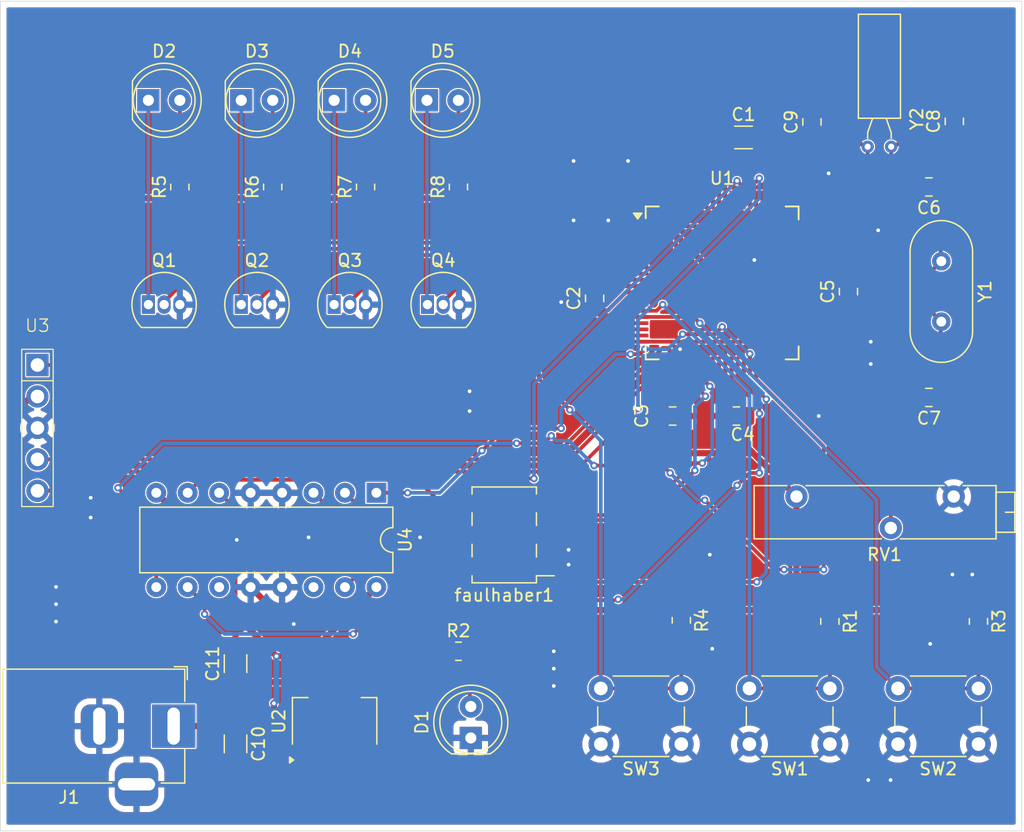
<source format=kicad_pcb>
(kicad_pcb (version 20240108) (generator "pcbnew") (generator_version "8.0")
  (layers (0 "F.Cu" signal) (31 "B.Cu" signal) (34 "B.Paste" user) (35 "F.Paste" user) (36 "B.SilkS" user "B.Silkscreen") (37 "F.SilkS" user "F.Silkscreen") (38 "B.Mask" user) (39 "F.Mask" user) (44 "Edge.Cuts" user))
  (net 0 "")
  (net 1 "Net-(U1-VCAP{slash}VDDCORE)")
  (net 2 "GND")
  (net 3 "+3V3")
  (net 4 "/OSCO")
  (net 5 "/OSCI")
  (net 6 "/SOSCO")
  (net 7 "/SOSCI")
  (net 8 "+5V")
  (net 9 "Net-(D1-A)")
  (net 10 "Net-(D2-A)")
  (net 11 "Net-(D2-K)")
  (net 12 "Net-(D3-A)")
  (net 13 "Net-(D3-K)")
  (net 14 "Net-(D4-A)")
  (net 15 "Net-(D4-K)")
  (net 16 "Net-(D5-A)")
  (net 17 "Net-(D5-K)")
  (net 18 "/LED1")
  (net 19 "/LED2")
  (net 20 "/LED3")
  (net 21 "/LED4")
  (net 22 "/SW1")
  (net 23 "/SW2")
  (net 24 "/~{MCLR}")
  (net 27 "/ENC_B")
  (net 39 "/PGC")
  (net 49 "/OUT1")
  (net 50 "/ENC_A")
  (net 51 "/PGD")
  (net 62 "/OUT2")
  (net 66 "/ENA")
  (net 67 "/IN1")
  (net 74 "/IN4")
  (net 82 "/ENB")
  (net 83 "/AN0")
  (net 84 "/IN3")
  (net 85 "/IN2")
  (net 86 "/OUT3")
  (net 87 "/OUT4")
  (footprint "LAB:ICSP" (layer "F.Cu") (at 103.5 111.96)
    (property "Reference" "U3")
    (property "Value" "ICSP")
  )
  (footprint "Capacitor_SMD:C_0805_2012Metric" (layer "F.Cu") (at 169 100.95 90)
    (property "Reference" "C5")
    (property "Value" "100n")
  )
  (footprint "Button_Switch_THT:SW_PUSH_6mm_H4.3mm" (layer "F.Cu") (at 167.5 137.5 180)
    (property "Reference" "SW1")
    (property "Value" "SW1")
  )
  (footprint "Button_Switch_THT:SW_PUSH_6mm_H4.3mm" (layer "F.Cu") (at 155.5 137.5 180)
    (property "Reference" "SW3")
    (property "Value" "RESET")
  )
  (footprint "Package_TO_SOT_THT:TO-92_Inline" (layer "F.Cu") (at 127.46 102)
    (property "Reference" "Q3")
    (property "Value" "BS170")
  )
  (footprint "Crystal:Crystal_C38-LF_D3.0mm_L8.0mm_Horizontal" (layer "F.Cu") (at 172.45 89.25 180)
    (property "Reference" "Y2")
    (property "Value" "32kHz")
  )
  (footprint "Package_TO_SOT_SMD:SOT-223-3_TabPin2" (layer "F.Cu") (at 127.5 135.65 90)
    (property "Reference" "U2")
    (property "Value" "AMS1117-3.3")
  )
  (footprint "Button_Switch_THT:SW_PUSH_6mm_H4.3mm" (layer "F.Cu") (at 179.5 137.5 180)
    (property "Reference" "SW2")
    (property "Value" "SW2")
  )
  (footprint "Capacitor_SMD:C_0805_2012Metric" (layer "F.Cu") (at 177.55 87.2 90)
    (property "Reference" "C8")
    (property "Value" "15p")
  )
  (footprint "Capacitor_SMD:C_1206_3216Metric" (layer "F.Cu") (at 119.5 137.475 -90)
    (property "Reference" "C10")
    (property "Value" "10u")
  )
  (footprint "Crystal:Crystal_HC49-4H_Vertical" (layer "F.Cu") (at 176.5 98.5 -90)
    (property "Reference" "Y1")
    (property "Value" "12MHz")
  )
  (footprint "Capacitor_SMD:C_0805_2012Metric" (layer "F.Cu") (at 159.95 111 180)
    (property "Reference" "C4")
    (property "Value" "100n")
  )
  (footprint "Capacitor_SMD:C_0805_2012Metric" (layer "F.Cu") (at 175.5 109.5 180)
    (property "Reference" "C7")
    (property "Value" "15p")
  )
  (footprint "Package_TO_SOT_THT:TO-92_Inline" (layer "F.Cu") (at 135 102)
    (property "Reference" "Q4")
    (property "Value" "BS170")
  )
  (footprint "Connector_BarrelJack:BarrelJack_Horizontal" (layer "F.Cu") (at 114.5 136.0425)
    (property "Reference" "J1")
    (property "Value" "Barrel_Jack_Switch")
  )
  (footprint "LED_THT:LED_D5.0mm" (layer "F.Cu") (at 134.96 85.5)
    (property "Reference" "D5")
    (property "Value" "LED4")
  )
  (footprint "LED_THT:LED_D5.0mm" (layer "F.Cu") (at 138.5 137 90)
    (property "Reference" "D1")
    (property "Value" "POWER")
  )
  (footprint "Resistor_SMD:R_0805_2012Metric" (layer "F.Cu") (at 155.5 127.5 -90)
    (property "Reference" "R4")
    (property "Value" "10k")
  )
  (footprint "Resistor_SMD:R_0805_2012Metric" (layer "F.Cu") (at 137.5 130)
    (property "Reference" "R2")
    (property "Value" "330R")
  )
  (footprint "Connector_PinHeader_2.54mm:PinHeader_2x03_P2.54mm_Vertical_SMD" (layer "F.Cu") (at 141.2 120.6 180)
    (property "Reference" "faulhaber1")
    (property "Value" "~")
  )
  (footprint "Resistor_SMD:R_0805_2012Metric" (layer "F.Cu") (at 137.5 92.5 90)
    (property "Reference" "R8")
    (property "Value" "330R")
  )
  (footprint "LED_THT:LED_D5.0mm" (layer "F.Cu") (at 119.96 85.5)
    (property "Reference" "D3")
    (property "Value" "LED2")
  )
  (footprint "Resistor_SMD:R_0805_2012Metric" (layer "F.Cu") (at 115 92.5 90)
    (property "Reference" "R5")
    (property "Value" "330R")
  )
  (footprint "Package_TO_SOT_THT:TO-92_Inline" (layer "F.Cu") (at 119.96 102)
    (property "Reference" "Q2")
    (property "Value" "BS170")
  )
  (footprint "Package_DIP:DIP-16_W7.62mm" (layer "F.Cu") (at 130.875 117.2 -90)
    (property "Reference" "U4")
    (property "Value" "L293D")
  )
  (footprint "Resistor_SMD:R_0805_2012Metric" (layer "F.Cu") (at 167.5 127.5875 -90)
    (property "Reference" "R1")
    (property "Value" "10k")
  )
  (footprint "LED_THT:LED_D5.0mm" (layer "F.Cu") (at 127.46 85.5)
    (property "Reference" "D4")
    (property "Value" "LED3")
  )
  (footprint "Capacitor_SMD:C_1206_3216Metric" (layer "F.Cu") (at 119.5 131 90)
    (property "Reference" "C11")
    (property "Value" "10u")
  )
  (footprint "Resistor_SMD:R_0805_2012Metric" (layer "F.Cu") (at 130 92.5 90)
    (property "Reference" "R7")
    (property "Value" "330R")
  )
  (footprint "Capacitor_SMD:C_0805_2012Metric" (layer "F.Cu") (at 148.5 101.5 90)
    (property "Reference" "C2")
    (property "Value" "100n")
  )
  (footprint "Capacitor_SMD:C_1206_3216Metric" (layer "F.Cu") (at 160.525 88.5)
    (property "Reference" "C1")
    (property "Value" "10u")
  )
  (footprint "Capacitor_SMD:C_0805_2012Metric" (layer "F.Cu") (at 166.05 87.25 90)
    (property "Reference" "C9")
    (property "Value" "15p")
  )
  (footprint "Resistor_SMD:R_0805_2012Metric" (layer "F.Cu") (at 179.5 127.5875 -90)
    (property "Reference" "R3")
    (property "Value" "10k")
  )
  (footprint "Package_TO_SOT_THT:TO-92_Inline" (layer "F.Cu") (at 112.46 102)
    (property "Reference" "Q1")
    (property "Value" "BS170")
  )
  (footprint "Capacitor_SMD:C_0805_2012Metric" (layer "F.Cu") (at 175.5 92.5 180)
    (property "Reference" "C6")
    (property "Value" "15p")
  )
  (footprint "Capacitor_SMD:C_0805_2012Metric" (layer "F.Cu") (at 154.8 111)
    (property "Reference" "C3")
    (property "Value" "100n")
  )
  (footprint "LED_THT:LED_D5.0mm" (layer "F.Cu") (at 112.46 85.5)
    (property "Reference" "D2")
    (property "Value" "LED1")
  )
  (footprint "Package_QFP:TQFP-80_12x12mm_P0.5mm" (layer "F.Cu") (at 158.8 100.25)
    (property "Reference" "U1")
    (property "Value" "PIC24FJ256GB108-I/PT")
  )
  (footprint "Potentiometer_THT:Potentiometer_Bourns_3005_Horizontal" (layer "F.Cu") (at 164.8 117.5 180)
    (property "Reference" "RV1")
    (property "Value" "10k")
  )
  (footprint "Resistor_SMD:R_0805_2012Metric" (layer "F.Cu") (at 122.5 92.5 90)
    (property "Reference" "R6")
    (property "Value" "330R")
  )
  (gr_rect (start 100.5 77.5) (end 183 144.5) (stroke (width 0.05)) (fill none) (layer "Edge.Cuts"))
  (segment (start 159.05 93.55) (end 159.05 88.5) (width 0.3) (layer "F.Cu") (net 1))
  (segment (start 121.8 125.905) (end 121.8 127) (width 0.5) (layer "F.Cu") (net 2))
  (segment (start 165.5 100) (end 169 100) (width 0.3) (layer "F.Cu") (net 2))
  (segment (start 156.55 109.05) (end 156.55 106.95) (width 0.3) (layer "F.Cu") (net 2))
  (segment (start 120.715 124.82) (end 121.8 125.905) (width 0.5) (layer "F.Cu") (net 2))
  (segment (start 159.05 110.95) (end 159 111) (width 0.3) (layer "F.Cu") (net 2))
  (segment (start 159.05 106.95) (end 159.05 110.95) (width 0.3) (layer "F.Cu") (net 2))
  (segment (start 155.75 111) (end 155.75 109.85) (width 0.3) (layer "F.Cu") (net 2))
  (segment (start 155.75 109.85) (end 156.55 109.05) (width 0.3) (layer "F.Cu") (net 2))
  (segment (start 152.1 100.5) (end 148.55 100.5) (width 0.3) (layer "F.Cu") (net 2))
  (segment (start 148.55 100.5) (end 148.5 100.55) (width 0.3) (layer "F.Cu") (net 2))
  (via (at 151.2 90.4) (size 0.6) (drill 0.3) (layers "F.Cu" "B.Cu") (net 2))
  (via (at 146.8 95.2) (size 0.6) (drill 0.3) (layers "F.Cu" "B.Cu") (net 2))
  (via (at 107.8 119.2) (size 0.6) (drill 0.3) (layers "F.Cu" "B.Cu") (net 2))
  (via (at 146.8 90.4) (size 0.6) (drill 0.3) (layers "F.Cu" "B.Cu") (net 2))
  (via (at 105 127.6) (size 0.6) (drill 0.3) (layers "F.Cu" "B.Cu") (net 2))
  (via (at 175.6 129.4) (size 0.6) (drill 0.3) (layers "F.Cu" "B.Cu") (net 2))
  (via (at 105 126.2) (size 0.6) (drill 0.3) (layers "F.Cu" "B.Cu") (net 2))
  (via (at 149.6 95.2) (size 0.6) (drill 0.3) (layers "F.Cu" "B.Cu") (net 2))
  (via (at 125.4 120.8) (size 0.6) (drill 0.3) (layers "F.Cu" "B.Cu") (net 2))
  (via (at 138.4 110.6) (size 0.6) (drill 0.3) (layers "F.Cu" "B.Cu") (net 2))
  (via (at 170.8 105) (size 0.6) (drill 0.3) (layers "F.Cu" "B.Cu") (net 2))
  (via (at 138.4 109) (size 0.6) (drill 0.3) (layers "F.Cu" "B.Cu") (net 2))
  (via (at 167.4 91.4) (size 0.6) (drill 0.3) (layers "F.Cu" "B.Cu") (net 2))
  (via (at 171.4 96) (size 0.6) (drill 0.3) (layers "F.Cu" "B.Cu") (net 2))
  (via (at 145.2 131.4) (size 0.6) (drill 0.3) (layers "F.Cu" "B.Cu") (net 2))
  (via (at 107.8 117.6) (size 0.6) (drill 0.3) (layers "F.Cu" "B.Cu") (net 2))
  (via (at 170.8 106.8) (size 0.6) (drill 0.3) (layers "F.Cu" "B.Cu") (net 2))
  (via (at 146.4 123) (size 0.6) (drill 0.3) (layers "F.Cu" "B.Cu") (net 2))
  (via (at 145.2 130) (size 0.6) (drill 0.3) (layers "F.Cu" "B.Cu") (net 2))
  (via (at 119.6 121) (size 0.6) (drill 0.3) (layers "F.Cu" "B.Cu") (net 2))
  (via (at 134.4 120.8) (size 0.6) (drill 0.3) (layers "F.Cu" "B.Cu") (net 2))
  (via (at 179 123.8) (size 0.6) (drill 0.3) (layers "F.Cu" "B.Cu") (net 2))
  (via (at 105 124.8) (size 0.6) (drill 0.3) (layers "F.Cu" "B.Cu") (net 2))
  (via (at 166.6 111) (size 0.6) (drill 0.3) (layers "F.Cu" "B.Cu") (net 2))
  (via (at 146.4 121.8) (size 0.6) (drill 0.3) (layers "F.Cu" "B.Cu") (net 2))
  (via (at 161.4 98.4) (size 0.6) (drill 0.3) (layers "F.Cu" "B.Cu") (net 2))
  (via (at 172.4 140.4) (size 0.6) (drill 0.3) (layers "F.Cu" "B.Cu") (net 2))
  (via (at 158 129.8) (size 0.6) (drill 0.3) (layers "F.Cu" "B.Cu") (net 2))
  (via (at 157.8 122.2) (size 0.6) (drill 0.3) (layers "F.Cu" "B.Cu") (net 2))
  (via (at 170.6 140.4) (size 0.6) (drill 0.3) (layers "F.Cu" "B.Cu") (net 2))
  (via (at 155.4 105.6) (size 0.6) (drill 0.3) (layers "F.Cu" "B.Cu") (net 2))
  (via (at 124.2 127.8) (size 0.6) (drill 0.3) (layers "F.Cu" "B.Cu") (net 2))
  (via (at 145.2 132.8) (size 0.6) (drill 0.3) (layers "F.Cu" "B.Cu") (net 2))
  (via (at 145.8 101.8) (size 0.6) (drill 0.3) (layers "F.Cu" "B.Cu") (net 2))
  (via (at 177.4 123.8) (size 0.6) (drill 0.3) (layers "F.Cu" "B.Cu") (net 2))
  (segment (start 101.75 98.25) (end 101.75 110.67) (width 0.5) (layer "F.Cu") (net 3))
  (segment (start 153.85 109.95) (end 153.85 111) (width 0.3) (layer "F.Cu") (net 3))
  (segment (start 165.5 101.5) (end 167 101.5) (width 0.3) (layer "F.Cu") (net 3))
  (segment (start 156.05 108.45) (end 154.9 109.6) (width 0.3) (layer "F.Cu") (net 3))
  (segment (start 156.5 126.675) (end 155.5875 126.675) (width 0.5) (layer "F.Cu") (net 3))
  (segment (start 161.3 114) (end 160.9 113.6) (width 0.5) (layer "F.Cu") (net 3))
  (segment (start 101.75 110.67) (end 103 109.42) (width 0.5) (layer "F.Cu") (net 3))
  (segment (start 128.5 141) (end 131.5 141) (width 0.5) (layer "F.Cu") (net 3))
  (segment (start 165.5 101.5) (end 163 101.5) (width 0.3) (layer "F.Cu") (net 3))
  (segment (start 127.5 138.8) (end 127.5 140) (width 0.5) (layer "F.Cu") (net 3))
  (segment (start 157.328553 95.671447) (end 154.328553 95.671447) (width 0.3) (layer "F.Cu") (net 3))
  (segment (start 158.55 93.55) (end 158.55 94.45) (width 0.3) (layer "F.Cu") (net 3))
  (segment (start 155.078553 99.071447) (end 155.078553 96.421447) (width 0.3) (layer "F.Cu") (net 3))
  (segment (start 127.5 132.5) (end 116.692233 132.5) (width 0.5) (layer "F.Cu") (net 3))
  (segment (start 155.5875 126.675) (end 155.5 126.5875) (width 0.5) (layer "F.Cu") (net 3))
  (segment (start 159.55 106.95) (end 159.55 108) (width 0.3) (layer "F.Cu") (net 3))
  (segment (start 106.5875 93.4125) (end 101.75 98.25) (width 0.5) (layer "F.Cu") (net 3))
  (segment (start 152.069606 93.4125) (end 154.328553 95.671447) (width 0.5) (layer "F.Cu") (net 3))
  (segment (start 137.5 93.4125) (end 106.5875 93.4125) (width 0.5) (layer "F.Cu") (net 3))
  (segment (start 160.157106 101.5) (end 163 101.5) (width 0.5) (layer "F.Cu") (net 3))
  (segment (start 164.8 125.875) (end 164 126.675) (width 0.5) (layer "F.Cu") (net 3))
  (segment (start 164.8 117.5) (end 164.8 125.875) (width 0.5) (layer "F.Cu") (net 3))
  (segment (start 160.9 113.6) (end 160.9 111) (width 0.5) (layer "F.Cu") (net 3))
  (segment (start 152.1 101) (end 151.05 101) (width 0.3) (layer "F.Cu") (net 3))
  (segment (start 131.5 136.5) (end 127.5 132.5) (width 0.5) (layer "F.Cu") (net 3))
  (segment (start 155.5 114) (end 153.85 112.35) (width 0.5) (layer "F.Cu") (net 3))
  (segment (start 161 110.9) (end 160.9 111) (width 0.3) (layer "F.Cu") (net 3))
  (segment (start 119.525 132.5) (end 119.5 132.475) (width 0.5) (layer "F.Cu") (net 3))
  (segment (start 154.9 109.6) (end 154.2 109.6) (width 0.3) (layer "F.Cu") (net 3))
  (segment (start 164.8 117.5) (end 161.3 114) (width 0.5) (layer "F.Cu") (net 3))
  (segment (start 164 126.675) (end 156.5 126.675) (width 0.5) (layer "F.Cu") (net 3))
  (segment (start 161.3 114) (end 155.5 114) (width 0.5) (layer "F.Cu") (net 3))
  (segment (start 131.5 141) (end 131.5 136.5) (width 0.5) (layer "F.Cu") (net 3))
  (segment (start 169 101.9) (end 167.4 101.9) (width 0.3) (layer "F.Cu") (net 3))
  (segment (start 149.6 102.45) (end 148.5 102.45) (width 0.3) (layer "F.Cu") (net 3))
  (segment (start 152.1 101) (end 153.15 101) (width 0.3) (layer "F.Cu") (net 3))
  (segment (start 133.325 126.675) (end 156.5 126.675) (width 0.5) (layer "F.Cu") (net 3))
  (segment (start 161 109.45) (end 161 110.9) (width 0.3) (layer "F.Cu") (net 3))
  (segment (start 131.5 135.0875) (end 136.5875 130) (width 0.5) (layer "F.Cu") (net 3))
  (segment (start 101.75 117.557767) (end 101.75 110.67) (width 0.5) (layer "F.Cu") (net 3))
  (segment (start 155.078553 96.421447) (end 160.157106 101.5) (width 0.5) (layer "F.Cu") (net 3))
  (segment (start 153.15 101) (end 155.078553 99.071447) (width 0.3) (layer "F.Cu") (net 3))
  (segment (start 127.5 132.5) (end 119.525 132.5) (width 0.5) (layer "F.Cu") (net 3))
  (segment (start 158.55 94.45) (end 157.328553 95.671447) (width 0.3) (layer "F.Cu") (net 3))
  (segment (start 159.55 108) (end 161 109.45) (width 0.3) (layer "F.Cu") (net 3))
  (segment (start 154.2 109.6) (end 153.85 109.95) (width 0.3) (layer "F.Cu") (net 3))
  (segment (start 127.5 140) (end 128.5 141) (width 0.5) (layer "F.Cu") (net 3))
  (segment (start 167.4 101.9) (end 167 101.5) (width 0.3) (layer "F.Cu") (net 3))
  (segment (start 156.05 106.95) (end 156.05 108.45) (width 0.3) (layer "F.Cu") (net 3))
  (segment (start 131.5 136.5) (end 131.5 135.0875) (width 0.5) (layer "F.Cu") (net 3))
  (segment (start 153.85 112.35) (end 153.85 111) (width 0.5) (layer "F.Cu") (net 3))
  (segment (start 127.5 132.5) (end 133.325 126.675) (width 0.5) (layer "F.Cu") (net 3))
  (segment (start 151.05 101) (end 149.6 102.45) (width 0.3) (layer "F.Cu") (net 3))
  (segment (start 116.692233 132.5) (end 101.75 117.557767) (width 0.5) (layer "F.Cu") (net 3))
  (segment (start 179.5 126.675) (end 164 126.675) (width 0.5) (layer "F.Cu") (net 3))
  (segment (start 154.328553 95.671447) (end 155.078553 96.421447) (width 0.5) (layer "F.Cu") (net 3))
  (segment (start 137.5 93.4125) (end 152.069606 93.4125) (width 0.5) (layer "F.Cu") (net 3))
  (segment (start 176.45 97.95) (end 176.45 92.5) (width 0.3) (layer "F.Cu") (net 4))
  (segment (start 174.25 100.75) (end 176.5 98.5) (width 0.3) (layer "F.Cu") (net 4))
  (segment (start 168.060966 100.5) (end 168.310966 100.75) (width 0.3) (layer "F.Cu") (net 4))
  (segment (start 165.5 100.5) (end 168.060966 100.5) (width 0.3) (layer "F.Cu") (net 4))
  (segment (start 168.310966 100.75) (end 174.25 100.75) (width 0.3) (layer "F.Cu") (net 4))
  (segment (start 176.5 98) (end 176.45 97.95) (width 0.3) (layer "F.Cu") (net 4))
  (segment (start 176.5 98.5) (end 176.5 98) (width 0.3) (layer "F.Cu") (net 4))
  (segment (start 176.5 104) (end 176.45 104.05) (width 0.3) (layer "F.Cu") (net 5))
  (segment (start 176.45 104.05) (end 176.45 109.5) (width 0.3) (layer "F.Cu") (net 5))
  (segment (start 167.99528 101) (end 168.14528 101.15) (width 0.3) (layer "F.Cu") (net 5))
  (segment (start 174.27 101.15) (end 176.5 103.38) (width 0.3) (layer "F.Cu") (net 5))
  (segment (start 168.14528 101.15) (end 174.27 101.15) (width 0.3) (layer "F.Cu") (net 5))
  (segment (start 165.5 101) (end 167.99528 101) (width 0.3) (layer "F.Cu") (net 5))
  (segment (start 176.5 103.38) (end 176.5 104) (width 0.3) (layer "F.Cu") (net 5))
  (segment (start 167 95.5) (end 170.55 91.95) (width 0.3) (layer "F.Cu") (net 6))
  (segment (start 165.5 95.5) (end 167 95.5) (width 0.3) (layer "F.Cu") (net 6))
  (segment (start 169.2 88.2) (end 166.05 88.2) (width 0.3) (layer "F.Cu") (net 6))
  (segment (start 170.55 91.95) (end 170.55 89.25) (width 0.3) (layer "F.Cu") (net 6))
  (segment (start 170.55 89.25) (end 170.25 89.25) (width 0.3) (layer "F.Cu") (net 6))
  (segment (start 170.25 89.25) (end 169.2 88.2) (width 0.3) (layer "F.Cu") (net 6))
  (segment (start 172.45 91.05) (end 172.45 89.25) (width 0.3) (layer "F.Cu") (net 7))
  (segment (start 165.5 96) (end 167.5 96) (width 0.3) (layer "F.Cu") (net 7))
  (segment (start 172.45 89.25) (end 172.75 89.25) (width 0.3) (layer "F.Cu") (net 7))
  (segment (start 172.75 89.25) (end 173.85 88.15) (width 0.3) (layer "F.Cu") (net 7))
  (segment (start 173.85 88.15) (end 177.55 88.15) (width 0.3) (layer "F.Cu") (net 7))
  (segment (start 167.5 96) (end 172.45 91.05) (width 0.3) (layer "F.Cu") (net 7))
  (segment (start 127 136) (end 129.8 138.8) (width 0.5) (layer "F.Cu") (net 8))
  (segment (start 119.4575 136.0425) (end 119.5 136) (width 0.5) (layer "F.Cu") (net 8))
  (segment (start 113.095 117.2) (end 119.4 123.505) (width 0.5) (layer "F.Cu") (net 8))
  (segment (start 119.4 127) (end 122.8 130.4) (width 0.5) (layer "F.Cu") (net 8))
  (segment (start 114.5 136.0425) (end 119.4575 136.0425) (width 0.5) (layer "F.Cu") (net 8))
  (segment (start 122.4 136) (end 127 136) (width 0.5) (layer "F.Cu") (net 8))
  (segment (start 119.4 123.505) (end 119.4 127) (width 0.5) (layer "F.Cu") (net 8))
  (segment (start 122.6 134.2) (end 122.6 135.8) (width 0.5) (layer "F.Cu") (net 8))
  (segment (start 125.295 130.4) (end 122.8 130.4) (width 0.5) (layer "F.Cu") (net 8))
  (segment (start 119.5 136) (end 122.4 136) (width 0.5) (layer "F.Cu") (net 8))
  (segment (start 122.6 135.8) (end 122.4 136) (width 0.5) (layer "F.Cu") (net 8))
  (segment (start 130.875 124.82) (end 125.295 130.4) (width 0.5) (layer "F.Cu") (net 8))
  (via (at 122.6 134.2) (size 0.6) (drill 0.3) (layers "F.Cu" "B.Cu") (net 8))
  (via (at 122.8 130.4) (size 0.6) (drill 0.3) (layers "F.Cu" "B.Cu") (net 8))
  (segment (start 122.8 130.4) (end 122.8 134) (width 0.5) (layer "B.Cu") (net 8))
  (segment (start 122.8 134) (end 122.6 134.2) (width 0.5) (layer "B.Cu") (net 8))
  (segment (start 138.4125 130) (end 138.4125 134.3725) (width 0.3) (layer "F.Cu") (net 9))
  (segment (start 138.4125 134.3725) (end 138.5 134.46) (width 0.3) (layer "F.Cu") (net 9))
  (segment (start 115 91.5875) (end 115 85.5) (width 0.3) (layer "F.Cu") (net 10))
  (segment (start 112.46 102) (end 112.46 85.5) (width 0.3) (layer "B.Cu") (net 11))
  (segment (start 122.5 91.5875) (end 122.5 85.5) (width 0.3) (layer "F.Cu") (net 12))
  (segment (start 119.96 102) (end 119.96 85.5) (width 0.3) (layer "B.Cu") (net 13))
  (segment (start 130 91.5875) (end 130 85.5) (width 0.3) (layer "F.Cu") (net 14))
  (segment (start 127.46 102) (end 127.46 85.5) (width 0.3) (layer "B.Cu") (net 15))
  (segment (start 137.5 91.5875) (end 137.5 85.5) (width 0.3) (layer "F.Cu") (net 16))
  (segment (start 135 102) (end 135 101.5) (width 0.3) (layer "B.Cu") (net 17))
  (segment (start 135 101.5) (end 134.96 101.46) (width 0.3) (layer "B.Cu") (net 17))
  (segment (start 134.96 101.46) (end 134.96 85.5) (width 0.3) (layer "B.Cu") (net 17))
  (segment (start 152.1 97) (end 118.505 97) (width 0.3) (layer "F.Cu") (net 18))
  (segment (start 113.73 101.775) (end 113.73 102) (width 0.3) (layer "F.Cu") (net 18))
  (segment (start 118.505 97) (end 113.73 101.775) (width 0.3) (layer "F.Cu") (net 18))
  (segment (start 152.1 97.5) (end 125.505 97.5) (width 0.3) (layer "F.Cu") (net 19))
  (segment (start 125.505 97.5) (end 121.23 101.775) (width 0.3) (layer "F.Cu") (net 19))
  (segment (start 121.23 101.775) (end 121.23 102) (width 0.3) (layer "F.Cu") (net 19))
  (segment (start 132.505 98) (end 128.73 101.775) (width 0.3) (layer "F.Cu") (net 20))
  (segment (start 152.1 98) (end 132.505 98) (width 0.3) (layer "F.Cu") (net 20))
  (segment (start 128.73 101.775) (end 128.73 102) (width 0.3) (layer "F.Cu") (net 20))
  (segment (start 136.27 101.775) (end 136.27 102) (width 0.3) (layer "F.Cu") (net 21))
  (segment (start 152.1 98.5) (end 139.545 98.5) (width 0.3) (layer "F.Cu") (net 21))
  (segment (start 139.545 98.5) (end 136.27 101.775) (width 0.3) (layer "F.Cu") (net 21))
  (segment (start 152.1 102.5) (end 153.5 102.5) (width 0.3) (layer "F.Cu") (net 22))
  (segment (start 153.5 102.5) (end 154 102) (width 0.3) (layer "F.Cu") (net 22))
  (segment (start 161 133) (end 167.5 133) (width 0.3) (layer "F.Cu") (net 22))
  (segment (start 167.5 133) (end 167.5 128.5) (width 0.3) (layer "F.Cu") (net 22))
  (via (at 154 102) (size 0.6) (drill 0.3) (layers "F.Cu" "B.Cu") (net 22))
  (segment (start 154 102) (end 161 109) (width 0.3) (layer "B.Cu") (net 22))
  (segment (start 161 109) (end 161 133) (width 0.3) (layer "B.Cu") (net 22))
  (segment (start 156.5 103) (end 157 103.5) (width 0.3) (layer "F.Cu") (net 23))
  (segment (start 152.1 103) (end 156.5 103) (width 0.3) (layer "F.Cu") (net 23))
  (segment (start 179.5 133) (end 179.5 128.5) (width 0.3) (layer "F.Cu") (net 23))
  (segment (start 173 133) (end 179.5 133) (width 0.3) (layer "F.Cu") (net 23))
  (via (at 157 103.5) (size 0.6) (drill 0.3) (layers "F.Cu" "B.Cu") (net 23))
  (segment (start 171.27 131.27) (end 173 133) (width 0.3) (layer "B.Cu") (net 23))
  (segment (start 171.27 117.77) (end 171.27 131.27) (width 0.3) (layer "B.Cu") (net 23))
  (segment (start 157 103.5) (end 171.27 117.77) (width 0.3) (layer "B.Cu") (net 23))
  (segment (start 103 106.88) (end 142.12 106.88) (width 0.3) (layer "F.Cu") (net 24))
  (segment (start 149 133) (end 155.5 133) (width 0.3) (layer "F.Cu") (net 24))
  (segment (start 146.5 110.5) (end 144 108) (width 0.3) (layer "F.Cu") (net 24))
  (segment (start 144 101) (end 145.5 99.5) (width 0.3) (layer "F.Cu") (net 24))
  (segment (start 142.12 106.88) (end 144 105) (width 0.3) (layer "F.Cu") (net 24))
  (segment (start 144 105) (end 144 101) (width 0.3) (layer "F.Cu") (net 24))
  (segment (start 145.5 99.5) (end 152.1 99.5) (width 0.3) (layer "F.Cu") (net 24))
  (segment (start 144 108) (end 144 105) (width 0.3) (layer "F.Cu") (net 24))
  (segment (start 155.5 133) (end 155.5 128.4125) (width 0.3) (layer "F.Cu") (net 24))
  (via (at 146.5 110.5) (size 0.6) (drill 0.3) (layers "F.Cu" "B.Cu") (net 24))
  (segment (start 146.5 110.5) (end 149 113) (width 0.3) (layer "B.Cu") (net 24))
  (segment (start 149 113) (end 149 133) (width 0.3) (layer "B.Cu") (net 24))
  (segment (start 161.8 91.8) (end 161.05 92.55) (width 0.3) (layer "F.Cu") (net 27))
  (segment (start 144.34 118.06) (end 152 110.4) (width 0.3) (layer "F.Cu") (net 27))
  (segment (start 143.725 118.06) (end 144.34 118.06) (width 0.3) (layer "F.Cu") (net 27))
  (segment (start 161.05 92.55) (end 161.05 93.55) (width 0.3) (layer "F.Cu") (net 27))
  (via (at 152 110.4) (size 0.6) (drill 0.3) (layers "F.Cu" "B.Cu") (net 27))
  (via (at 161.8 91.8) (size 0.6) (drill 0.3) (layers "F.Cu" "B.Cu") (net 27))
  (segment (start 152 103.222182) (end 161.8 93.422182) (width 0.3) (layer "B.Cu") (net 27))
  (segment (start 152 110.4) (end 152 103.222182) (width 0.3) (layer "B.Cu") (net 27))
  (segment (start 161.8 93.422182) (end 161.8 91.8) (width 0.3) (layer "B.Cu") (net 27))
  (segment (start 154.05 106.95) (end 145.5 115.5) (width 0.3) (layer "F.Cu") (net 39))
  (segment (start 104.46 117.04) (end 103 117.04) (width 0.3) (layer "F.Cu") (net 39))
  (segment (start 145.5 115.5) (end 106 115.5) (width 0.3) (layer "F.Cu") (net 39))
  (segment (start 106 115.5) (end 104.46 117.04) (width 0.3) (layer "F.Cu") (net 39))
  (segment (start 130.985 122.39) (end 125.795 117.2) (width 0.3) (layer "F.Cu") (net 49))
  (segment (start 142.975 122.39) (end 130.985 122.39) (width 0.3) (layer "F.Cu") (net 49))
  (segment (start 143.725 123.14) (end 142.975 122.39) (width 0.3) (layer "F.Cu") (net 49))
  (segment (start 160 92) (end 160.55 92.55) (width 0.3) (layer "F.Cu") (net 50))
  (segment (start 140.685 116.05) (end 143.6 116.05) (width 0.3) (layer "F.Cu") (net 50))
  (segment (start 138.675 118.06) (end 140.685 116.05) (width 0.3) (layer "F.Cu") (net 50))
  (segment (start 160.55 92.55) (end 160.55 93.55) (width 0.3) (layer "F.Cu") (net 50))
  (via (at 160 92) (size 0.6) (drill 0.3) (layers "F.Cu" "B.Cu") (net 50))
  (via (at 143.6 116.05) (size 0.6) (drill 0.3) (layers "F.Cu" "B.Cu") (net 50))
  (segment (start 143.6 108.4) (end 160 92) (width 0.3) (layer "B.Cu") (net 50))
  (segment (start 143.6 116.05) (end 143.6 108.4) (width 0.3) (layer "B.Cu") (net 50))
  (segment (start 154.55 106.95) (end 154.55 105.55) (width 0.3) (layer "F.Cu") (net 51))
  (segment (start 154.5 105.5) (end 154 105.5) (width 0.3) (layer "F.Cu") (net 51))
  (segment (start 154.55 105.55) (end 154.5 105.5) (width 0.3) (layer "F.Cu") (net 51))
  (segment (start 154 105.5) (end 145 114.5) (width 0.3) (layer "F.Cu") (net 51))
  (segment (start 145 114.5) (end 103 114.5) (width 0.3) (layer "F.Cu") (net 51))
  (segment (start 124.115 123.14) (end 118.175 117.2) (width 0.3) (layer "F.Cu") (net 62))
  (segment (start 138.675 123.14) (end 124.115 123.14) (width 0.3) (layer "F.Cu") (net 62))
  (segment (start 161.032821 105.978119) (end 161.032821 106.932821) (width 0.3) (layer "F.Cu") (net 66))
  (segment (start 158.211091 104.388909) (end 158.8 103.8) (width 0.3) (layer "F.Cu") (net 66))
  (segment (start 152.15 106) (end 152.55 105.6) (width 0.3) (layer "F.Cu") (net 66))
  (segment (start 141.2 112) (end 145.8 112) (width 0.3) (layer "F.Cu") (net 66))
  (segment (start 151.4 106) (end 152.15 106) (width 0.3) (layer "F.Cu") (net 66))
  (segment (start 139.4 113.8) (end 141.2 112) (width 0.3) (layer "F.Cu") (net 66))
  (segment (start 155.611091 104.388909) (end 158.211091 104.388909) (width 0.3) (layer "F.Cu") (net 66))
  (segment (start 161.032821 106.932821) (end 161.05 106.95) (width 0.3) (layer "F.Cu") (net 66))
  (segment (start 130.875 117.2) (end 133.4 117.2) (width 0.3) (layer "F.Cu") (net 66))
  (via (at 151.4 106) (size 0.6) (drill 0.3) (layers "F.Cu" "B.Cu") (net 66))
  (via (at 155.611091 104.388909) (size 0.6) (drill 0.3) (layers "F.Cu" "B.Cu") (net 66))
  (via (at 145.8 112) (size 0.6) (drill 0.3) (layers "F.Cu" "B.Cu") (net 66))
  (via (at 133.4 117.2) (size 0.6) (drill 0.3) (layers "F.Cu" "B.Cu") (net 66))
  (via (at 158.8 103.8) (size 0.6) (drill 0.3) (layers "F.Cu" "B.Cu") (net 66))
  (via (at 152.55 105.6) (size 0.6) (drill 0.3) (layers "F.Cu" "B.Cu") (net 66))
  (via (at 139.4 113.8) (size 0.6) (drill 0.3) (layers "F.Cu" "B.Cu") (net 66))
  (via (at 161.032821 105.978119) (size 0.6) (drill 0.3) (layers "F.Cu" "B.Cu") (net 66))
  (segment (start 133.4 117.2) (end 136 117.2) (width 0.3) (layer "B.Cu") (net 66))
  (segment (start 158.8 103.8) (end 161 106) (width 0.3) (layer "B.Cu") (net 66))
  (segment (start 136 117.2) (end 139.4 113.8) (width 0.3) (layer "B.Cu") (net 66))
  (segment (start 152.55 105.6) (end 154.4 105.6) (width 0.3) (layer "B.Cu") (net 66))
  (segment (start 145.8 110.422182) (end 150.222182 106) (width 0.3) (layer "B.Cu") (net 66))
  (segment (start 150.222182 106) (end 151.4 106) (width 0.3) (layer "B.Cu") (net 66))
  (segment (start 154.4 105.6) (end 155.611091 104.388909) (width 0.3) (layer "B.Cu") (net 66))
  (segment (start 161 106) (end 161 106.01094) (width 0.3) (layer "B.Cu") (net 66))
  (segment (start 161 106.01094) (end 161.032821 105.978119) (width 0.3) (layer "B.Cu") (net 66))
  (segment (start 145.8 112) (end 145.8 110.422182) (width 0.3) (layer "B.Cu") (net 66))
  (segment (start 157.45 109.4) (end 157.3 109.25) (width 0.3) (layer "F.Cu") (net 67))
  (segment (start 130.535 119.4) (end 137.4 119.4) (width 0.3) (layer "F.Cu") (net 67))
  (segment (start 128.335 117.2) (end 130.535 119.4) (width 0.3) (layer "F.Cu") (net 67))
  (segment (start 152.6 119.4) (end 156.6 115.4) (width 0.3) (layer "F.Cu") (net 67))
  (segment (start 157.3 109.25) (end 157.3 109.234314) (width 0.3) (layer "F.Cu") (net 67))
  (segment (start 157.3 109.234314) (end 157.05 108.984314) (width 0.3) (layer "F.Cu") (net 67))
  (segment (start 157.05 108.984314) (end 157.05 106.95) (width 0.3) (layer "F.Cu") (net 67))
  (segment (start 137.4 119.4) (end 152.6 119.4) (width 0.3) (layer "F.Cu") (net 67))
  (via (at 157.45 109.4) (size 0.6) (drill 0.3) (layers "F.Cu" "B.Cu") (net 67))
  (via (at 156.6 115.4) (size 0.6) (drill 0.3) (layers "F.Cu" "B.Cu") (net 67))
  (segment (start 156.6 110.25) (end 157.45 109.4) (width 0.3) (layer "B.Cu") (net 67))
  (segment (start 156.6 115.4) (end 156.6 110.25) (width 0.3) (layer "B.Cu") (net 67))
  (segment (start 131.939925 124.4) (end 161.6 124.4) (width 0.3) (layer "F.Cu") (net 74))
  (segment (start 128.335 124.82) (end 129.385 123.77) (width 0.3) (layer "F.Cu") (net 74))
  (segment (start 160.55 107.827818) (end 160.55 106.95) (width 0.3) (layer "F.Cu") (net 74))
  (segment (start 129.385 123.77) (end 131.309925 123.77) (width 0.3) (layer "F.Cu") (net 74))
  (segment (start 162.361091 109.638909) (end 160.55 107.827818) (width 0.3) (layer "F.Cu") (net 74))
  (segment (start 131.309925 123.77) (end 131.939925 124.4) (width 0.3) (layer "F.Cu") (net 74))
  (via (at 161.6 124.4) (size 0.6) (drill 0.3) (layers "F.Cu" "B.Cu") (net 74))
  (via (at 162.361091 109.638909) (size 0.6) (drill 0.3) (layers "F.Cu" "B.Cu") (net 74))
  (segment (start 161.6 124.4) (end 162.361091 123.638909) (width 0.3) (layer "B.Cu") (net 74))
  (segment (start 162.361091 123.638909) (end 162.361091 109.638909) (width 0.3) (layer "B.Cu") (net 74))
  (segment (start 142.2 113.2) (end 144.4 113.2) (width 0.3) (layer "F.Cu") (net 82))
  (segment (start 157.4 117.8) (end 163 123.4) (width 0.3) (layer "F.Cu") (net 82))
  (segment (start 167 113.45) (end 161.55 108) (width 0.3) (layer "F.Cu") (net 82))
  (segment (start 161.55 108) (end 161.55 106.95) (width 0.3) (layer "F.Cu") (net 82))
  (segment (start 113.095 124.82) (end 113.095 119.895) (width 0.3) (layer "F.Cu") (net 82))
  (segment (start 148.45 115) (end 154 115) (width 0.3) (layer "F.Cu") (net 82))
  (segment (start 163 123.4) (end 163.8 123.4) (width 0.3) (layer "F.Cu") (net 82))
  (segment (start 113.095 119.895) (end 110 116.8) (width 0.3) (layer "F.Cu") (net 82))
  (segment (start 167 123.4) (end 167 113.45) (width 0.3) (layer "F.Cu") (net 82))
  (segment (start 144.4 113.2) (end 145 112.6) (width 0.3) (layer "F.Cu") (net 82))
  (segment (start 154 115) (end 154.6 115.6) (width 0.3) (layer "F.Cu") (net 82))
  (via (at 110 116.8) (size 0.6) (drill 0.3) (layers "F.Cu" "B.Cu") (net 82))
  (via (at 157.4 117.8) (size 0.6) (drill 0.3) (layers "F.Cu" "B.Cu") (net 82))
  (via (at 148.45 115) (size 0.6) (drill 0.3) (layers "F.Cu" "B.Cu") (net 82))
  (via (at 167 123.4) (size 0.6) (drill 0.3) (layers "F.Cu" "B.Cu") (net 82))
  (via (at 163.8 123.4) (size 0.6) (drill 0.3) (layers "F.Cu" "B.Cu") (net 82))
  (via (at 142.2 113.2) (size 0.6) (drill 0.3) (layers "F.Cu" "B.Cu") (net 82))
  (via (at 154.6 115.6) (size 0.6) (drill 0.3) (layers "F.Cu" "B.Cu") (net 82))
  (via (at 145 112.6) (size 0.6) (drill 0.3) (layers "F.Cu" "B.Cu") (net 82))
  (segment (start 154.6 115.6) (end 156.8 117.8) (width 0.3) (layer "B.Cu") (net 82))
  (segment (start 145.4 113) (end 146.45 113) (width 0.3) (layer "B.Cu") (net 82))
  (segment (start 156.8 117.8) (end 157.4 117.8) (width 0.3) (layer "B.Cu") (net 82))
  (segment (start 163.8 123.4) (end 167 123.4) (width 0.3) (layer "B.Cu") (net 82))
  (segment (start 113.6 113.2) (end 142.2 113.2) (width 0.3) (layer "B.Cu") (net 82))
  (segment (start 146.45 113) (end 148.45 115) (width 0.3) (layer "B.Cu") (net 82))
  (segment (start 145 112.6) (end 145.4 113) (width 0.3) (layer "B.Cu") (net 82))
  (segment (start 110 116.8) (end 113.6 113.2) (width 0.3) (layer "B.Cu") (net 82))
  (segment (start 172.42 114.47) (end 172.42 120.04) (width 0.3) (layer "F.Cu") (net 83))
  (segment (start 152.1 105) (end 162.95 105) (width 0.3) (layer "F.Cu") (net 83))
  (segment (start 162.95 105) (end 172.42 114.47) (width 0.3) (layer "F.Cu") (net 83))
  (segment (start 160.05 106.95) (end 160.05 107.893503) (width 0.3) (layer "F.Cu") (net 84))
  (segment (start 161 115.6) (end 160 116.6) (width 0.3) (layer "F.Cu") (net 84))
  (segment (start 150.33 125.87) (end 131.73 125.87) (width 0.3) (layer "F.Cu") (net 84))
  (segment (start 131.73 125.87) (end 129 128.6) (width 0.3) (layer "F.Cu") (net 84))
  (segment (start 117 126.185) (end 115.635 124.82) (width 0.3) (layer "F.Cu") (net 84))
  (segment (start 161.8 110.788909) (end 161.811091 110.8) (width 0.3) (layer "F.Cu") (net 84))
  (segment (start 161.8 109.643503) (end 161.8 110) (width 0.3) (layer "F.Cu") (net 84))
  (segment (start 160.05 107.893503) (end 161.8 109.643503) (width 0.3) (layer "F.Cu") (net 84))
  (segment (start 161.8 110) (end 161.8 110.788909) (width 0.3) (layer "F.Cu") (net 84))
  (segment (start 117 127) (end 117 126.185) (width 0.3) (layer "F.Cu") (net 84))
  (segment (start 161.8 115.6) (end 161 115.6) (width 0.3) (layer "F.Cu") (net 84))
  (segment (start 150.4 125.8) (end 150.33 125.87) (width 0.3) (layer "F.Cu") (net 84))
  (via (at 160 116.6) (size 0.6) (drill 0.3) (layers "F.Cu" "B.Cu") (net 84))
  (via (at 129 128.6) (size 0.6) (drill 0.3) (layers "F.Cu" "B.Cu") (net 84))
  (via (at 161.811091 110.8) (size 0.6) (drill 0.3) (layers "F.Cu" "B.Cu") (net 84))
  (via (at 161.8 115.6) (size 0.6) (drill 0.3) (layers "F.Cu" "B.Cu") (net 84))
  (via (at 117 127) (size 0.6) (drill 0.3) (layers "F.Cu" "B.Cu") (net 84))
  (via (at 150.4 125.8) (size 0.6) (drill 0.3) (layers "F.Cu" "B.Cu") (net 84))
  (segment (start 160 116.6) (end 160.2 116.4) (width 0.3) (layer "B.Cu") (net 84))
  (segment (start 161.811091 110.8) (end 161.811091 115.588909) (width 0.3) (layer "B.Cu") (net 84))
  (segment (start 150.8 125.8) (end 150.4 125.8) (width 0.3) (layer "B.Cu") (net 84))
  (segment (start 161.811091 115.588909) (end 161.8 115.6) (width 0.3) (layer "B.Cu") (net 84))
  (segment (start 118.6 128.6) (end 117 127) (width 0.3) (layer "B.Cu") (net 84))
  (segment (start 129 128.6) (end 118.6 128.6) (width 0.3) (layer "B.Cu") (net 84))
  (segment (start 160.2 116.4) (end 150.8 125.8) (width 0.3) (layer "B.Cu") (net 84))
  (segment (start 156.422182 114.8) (end 157.2 114.8) (width 0.3) (layer "F.Cu") (net 85))
  (segment (start 157.55 108.35) (end 157.55 106.95) (width 0.3) (layer "F.Cu") (net 85))
  (segment (start 157.8 108.6) (end 157.55 108.35) (width 0.3) (layer "F.Cu") (net 85))
  (segment (start 137.04 119) (end 152.222182 119) (width 0.3) (layer "F.Cu") (net 85))
  (segment (start 116.685 116.15) (end 134.19 116.15) (width 0.3) (layer "F.Cu") (net 85))
  (segment (start 115.635 117.2) (end 116.685 116.15) (width 0.3) (layer "F.Cu") (net 85))
  (segment (start 134.19 116.15) (end 137.04 119) (width 0.3) (layer "F.Cu") (net 85))
  (segment (start 152.222182 119) (end 156.422182 114.8) (width 0.3) (layer "F.Cu") (net 85))
  (via (at 157.2 114.8) (size 0.6) (drill 0.3) (layers "F.Cu" "B.Cu") (net 85))
  (via (at 157.8 108.6) (size 0.6) (drill 0.3) (layers "F.Cu" "B.Cu") (net 85))
  (segment (start 157.2 114.8) (end 158 114) (width 0.3) (layer "B.Cu") (net 85))
  (segment (start 158 114) (end 158 108.8) (width 0.3) (layer "B.Cu") (net 85))
  (segment (start 158 108.8) (end 157.8 108.6) (width 0.3) (layer "B.Cu") (net 85))
  (zone (net 2) (net_name "GND") (layers "F&B.Cu") (connect_pads (clearance 0.05)) (min_thickness 0.25) (fill yes (thermal_gap 0.5) (thermal_bridge_width 0.5))
    (polygon (pts (xy 100.6 77.4) (xy 100.6 144.6) (xy 183.2 144.6) (xy 183.2 77.4)))
  )
)
</source>
